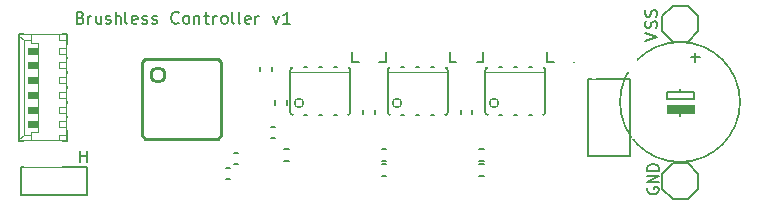
<source format=gbr>
G04 --- HEADER BEGIN --- *
%TF.GenerationSoftware,LibrePCB,LibrePCB,0.1.1-unstable*%
%TF.CreationDate,2019-06-09T12:53:25*%
%TF.ProjectId,Brushless Controller - default,345039e0-aa20-4574-aecf-6ad16ab42204,v1*%
%TF.Part,Single*%
%FSLAX66Y66*%
%MOMM*%
G01*
G74*
G04 --- HEADER END --- *
G04 --- APERTURE LIST BEGIN --- *
%ADD10C,0.15*%
%ADD11C,0.1524*%
%ADD12C,0.2032*%
%ADD13C,0.0508*%
%ADD14C,0.9144X0.6096*%
%ADD15C,0.0*%
%ADD16C,0.254*%
%ADD17C,1.454X0.946*%
%ADD18C,10.3124X10.0076*%
%ADD19C,0.2*%
%ADD20R,1.2X1.3*%
%ADD21R,1.3X1.2*%
%ADD22R,1.05X1.15*%
%ADD23R,1.2X1.6*%
%ADD24R,2.15X2.7*%
%ADD25R,1.15X1.05*%
%ADD26R,2.4X3.8*%
%ADD27R,2.435X1.419*%
%ADD28R,0.8604X2.232*%
%ADD29R,1.2X1.2*%
%ADD30P,2.74X8X22.5*%
%ADD31R,5.28X2.0288*%
%ADD32R,3.2X2.3*%
%ADD33R,2.2X1.0*%
%ADD34R,1.2X0.4*%
%ADD35R,0.4X1.2*%
%ADD36P,2.74X8X292.5*%
%ADD37C,2.74*%
%ADD38C,1.2*%
G04 --- APERTURE LIST END --- *
G04 --- BOARD BEGIN --- *
D10*
X30320000Y7286250D02*
X30320000Y7636250D01*
X29370000Y7286250D02*
X29370000Y7636250D01*
D11*
X36677600Y11722100D02*
X36677600Y12534900D01*
X39522400Y12534900D02*
X39522400Y11722100D01*
X39522400Y11722100D02*
X38963600Y11722100D01*
X37236400Y11722100D02*
X36677600Y11722100D01*
D10*
X23035000Y4285000D02*
X22685000Y4285000D01*
X23035000Y3335000D02*
X22685000Y3335000D01*
D12*
X51943000Y10262000D02*
X48387000Y10262000D01*
X48387000Y3708000D01*
X51943000Y3708000D01*
X51943000Y10262000D01*
D10*
X20638750Y11287500D02*
X20638750Y10937500D01*
X21588750Y11287500D02*
X21588750Y10937500D01*
D11*
X44767500Y7429500D02*
X44767500Y10985500D01*
X39941500Y11239500D02*
G03*
X39687500Y10985500I0J254000D01*
G01*
D13*
X44767500Y10807700D02*
X39687500Y10807700D01*
D11*
X41084500Y7175500D02*
X40830500Y7175500D01*
X39687500Y7429500D02*
X39687500Y10985500D01*
X43624500Y11239500D02*
X43370500Y11239500D01*
X43624500Y7175500D02*
X43370500Y7175500D01*
X39941500Y7175500D02*
G02*
X39687500Y7429500I0J254000D01*
G01*
X44767500Y10985500D02*
G03*
X44513500Y11239500I254000J0D01*
G01*
X44767500Y7429500D02*
G02*
X44513500Y7175500I254000J0D01*
G01*
X42354500Y7175500D02*
X42100500Y7175500D01*
X42354500Y11239500D02*
X42100500Y11239500D01*
X41084500Y11239500D02*
X40830500Y11239500D01*
D14*
X40449500Y8191500D03*
D11*
X57721500Y2222500D02*
X57721500Y952500D01*
X56832500Y63500D02*
X57721500Y952500D01*
X55562500Y3111500D02*
X56832500Y3111500D01*
X55562500Y63500D02*
X54673500Y952500D01*
X54673500Y2222500D02*
X55562500Y3111500D01*
X56832500Y63500D02*
X55562500Y63500D01*
X56832500Y3111500D02*
X57721500Y2222500D01*
X54673500Y2222500D02*
X54673500Y952500D01*
D10*
X39545000Y3015000D02*
X39195000Y3015000D01*
X39545000Y2065000D02*
X39195000Y2065000D01*
D11*
X57721500Y15557500D02*
X57721500Y14287500D01*
X56832500Y13398500D02*
X57721500Y14287500D01*
X55562500Y16446500D02*
X56832500Y16446500D01*
X55562500Y13398500D02*
X54673500Y14287500D01*
X54673500Y15557500D02*
X55562500Y16446500D01*
X56832500Y13398500D02*
X55562500Y13398500D01*
X56832500Y16446500D02*
X57721500Y15557500D01*
X54673500Y15557500D02*
X54673500Y14287500D01*
X5969000Y419100D02*
X381000Y419100D01*
X381000Y2755900D01*
X5969000Y2755900D01*
X5969000Y419100D01*
D13*
X3607500Y11150000D02*
X3607500Y11650000D01*
X1857500Y5775000D02*
X1857500Y13275000D01*
X3607500Y5525000D02*
X4232500Y5525000D01*
X3607500Y11650000D02*
X4107500Y11650000D01*
X3607500Y13525000D02*
X4232500Y13525000D01*
X1232500Y5775000D02*
X1857500Y5775000D01*
X3607500Y6150000D02*
X3607500Y6650000D01*
D12*
X4232500Y5000000D02*
X4232500Y5525000D01*
D13*
X4107500Y12400000D02*
X3607500Y12400000D01*
X1232500Y13525000D02*
X1232500Y14025000D01*
D12*
X4232500Y13525000D02*
X4232500Y14050000D01*
X232500Y14050000D02*
X232500Y13900000D01*
D15*
X1857500Y6150000D02*
X1857500Y6650000D01*
X982500Y6650000D01*
X982500Y6150000D01*
X1857500Y6150000D01*
G36*
X1857500Y6150000D02*
X1857500Y6650000D01*
X982500Y6650000D01*
X982500Y6150000D01*
X1857500Y6150000D01*
G37*
D13*
X4107500Y6150000D02*
X3607500Y6150000D01*
X607500Y13525000D02*
X1232500Y13525000D01*
D15*
X1857500Y12400000D02*
X1857500Y12900000D01*
X982500Y12900000D01*
X982500Y12400000D01*
X1857500Y12400000D01*
G36*
X1857500Y12400000D02*
X1857500Y12900000D01*
X982500Y12900000D01*
X982500Y12400000D01*
X1857500Y12400000D01*
G37*
D13*
X607500Y13525000D02*
X232500Y13900000D01*
D15*
X1857500Y8650000D02*
X1857500Y9150000D01*
X982500Y9150000D01*
X982500Y8650000D01*
X1857500Y8650000D01*
G36*
X1857500Y8650000D02*
X1857500Y9150000D01*
X982500Y9150000D01*
X982500Y8650000D01*
X1857500Y8650000D01*
G37*
D13*
X1232500Y13275000D02*
X1232500Y13525000D01*
D15*
X1857500Y11150000D02*
X1857500Y11650000D01*
X982500Y11650000D01*
X982500Y11150000D01*
X1857500Y11150000D01*
G36*
X1857500Y11150000D02*
X1857500Y11650000D01*
X982500Y11650000D01*
X982500Y11150000D01*
X1857500Y11150000D01*
G37*
D13*
X3607500Y6650000D02*
X4107500Y6650000D01*
D15*
X1857500Y7400000D02*
X1857500Y7900000D01*
X982500Y7900000D01*
X982500Y7400000D01*
X1857500Y7400000D01*
G36*
X1857500Y7400000D02*
X1857500Y7900000D01*
X982500Y7900000D01*
X982500Y7400000D01*
X1857500Y7400000D01*
G37*
D13*
X3607500Y7900000D02*
X4107500Y7900000D01*
X3607500Y13525000D02*
X3607500Y14025000D01*
X3607500Y8650000D02*
X3607500Y9150000D01*
X607500Y5525000D02*
X232500Y5150000D01*
X1232500Y5525000D02*
X1232500Y5775000D01*
D12*
X4232500Y5525000D02*
X4232500Y13525000D01*
D13*
X1232500Y5025000D02*
X1232500Y5525000D01*
X3607500Y9150000D02*
X4107500Y9150000D01*
X3607500Y7400000D02*
X3607500Y7900000D01*
D12*
X232500Y5000000D02*
X4232500Y5000000D01*
D13*
X3607500Y10400000D02*
X4107500Y10400000D01*
X4107500Y7400000D02*
X3607500Y7400000D01*
D12*
X232500Y13900000D02*
X232500Y5150000D01*
D13*
X3607500Y5025000D02*
X3607500Y5525000D01*
X607500Y5525000D02*
X607500Y13525000D01*
X3607500Y12900000D02*
X4107500Y12900000D01*
D15*
X1857500Y9900000D02*
X1857500Y10400000D01*
X982500Y10400000D01*
X982500Y9900000D01*
X1857500Y9900000D01*
G36*
X1857500Y9900000D02*
X1857500Y10400000D01*
X982500Y10400000D01*
X982500Y9900000D01*
X1857500Y9900000D01*
G37*
D13*
X4107500Y8650000D02*
X3607500Y8650000D01*
X1232500Y5525000D02*
X607500Y5525000D01*
X4107500Y9900000D02*
X3607500Y9900000D01*
X1232500Y13275000D02*
X1857500Y13275000D01*
D12*
X4232500Y14050000D02*
X232500Y14050000D01*
D13*
X3607500Y9900000D02*
X3607500Y10400000D01*
X3607500Y12400000D02*
X3607500Y12900000D01*
X4107500Y11150000D02*
X3607500Y11150000D01*
D12*
X232500Y5150000D02*
X232500Y5000000D01*
D11*
X36512500Y7429500D02*
X36512500Y10985500D01*
X31686500Y11239500D02*
G03*
X31432500Y10985500I0J254000D01*
G01*
D13*
X36512500Y10807700D02*
X31432500Y10807700D01*
D11*
X32829500Y7175500D02*
X32575500Y7175500D01*
X31432500Y7429500D02*
X31432500Y10985500D01*
X35369500Y11239500D02*
X35115500Y11239500D01*
X35369500Y7175500D02*
X35115500Y7175500D01*
X31686500Y7175500D02*
G02*
X31432500Y7429500I0J254000D01*
G01*
X36512500Y10985500D02*
G03*
X36258500Y11239500I254000J0D01*
G01*
X36512500Y7429500D02*
G02*
X36258500Y7175500I254000J0D01*
G01*
X34099500Y7175500D02*
X33845500Y7175500D01*
X34099500Y11239500D02*
X33845500Y11239500D01*
X32829500Y11239500D02*
X32575500Y11239500D01*
D14*
X32194500Y8191500D03*
D16*
X10870000Y11947500D02*
X17070000Y11947500D01*
X17070000Y11947500D02*
X17345000Y11672500D01*
X17070000Y5197500D02*
X10870000Y5197500D01*
X10595000Y11672500D02*
X10870000Y11947500D01*
X10595000Y5472500D02*
X10595000Y11672500D01*
X10870000Y5197500D02*
X10595000Y5472500D01*
X17345000Y11672500D02*
X17345000Y5472500D01*
X17345000Y5472500D02*
X17070000Y5197500D01*
D17*
X11970000Y10572500D03*
D11*
X28422600Y11722100D02*
X28422600Y12534900D01*
X31267400Y12534900D02*
X31267400Y11722100D01*
X31267400Y11722100D02*
X30708600Y11722100D01*
X28981400Y11722100D02*
X28422600Y11722100D01*
D10*
X22858750Y8080000D02*
X22858750Y8430000D01*
X21908750Y8080000D02*
X21908750Y8430000D01*
X31290000Y3015000D02*
X30940000Y3015000D01*
X31290000Y2065000D02*
X30940000Y2065000D01*
X31290000Y4285000D02*
X30940000Y4285000D01*
X31290000Y3335000D02*
X30940000Y3335000D01*
X18398750Y3017500D02*
X18748750Y3017500D01*
X18398750Y3967500D02*
X18748750Y3967500D01*
X17763750Y1747500D02*
X18113750Y1747500D01*
X17763750Y2697500D02*
X18113750Y2697500D01*
D11*
X44932600Y11722100D02*
X44932600Y12534900D01*
X47777400Y12534900D02*
X47777400Y11722100D01*
X47777400Y11722100D02*
X47218600Y11722100D01*
X45491400Y11722100D02*
X44932600Y11722100D01*
D10*
X21923750Y6190000D02*
X21573750Y6190000D01*
X21923750Y5240000D02*
X21573750Y5240000D01*
D11*
X28257500Y7429500D02*
X28257500Y10985500D01*
X23431500Y11239500D02*
G03*
X23177500Y10985500I0J254000D01*
G01*
D13*
X28257500Y10807700D02*
X23177500Y10807700D01*
D11*
X24574500Y7175500D02*
X24320500Y7175500D01*
X23177500Y7429500D02*
X23177500Y10985500D01*
X27114500Y11239500D02*
X26860500Y11239500D01*
X27114500Y7175500D02*
X26860500Y7175500D01*
X23431500Y7175500D02*
G02*
X23177500Y7429500I0J254000D01*
G01*
X28257500Y10985500D02*
G03*
X28003500Y11239500I254000J0D01*
G01*
X28257500Y7429500D02*
G02*
X28003500Y7175500I254000J0D01*
G01*
X25844500Y7175500D02*
X25590500Y7175500D01*
X25844500Y11239500D02*
X25590500Y11239500D01*
X24574500Y11239500D02*
X24320500Y11239500D01*
D14*
X23939500Y8191500D03*
D10*
X38575000Y7286250D02*
X38575000Y7636250D01*
X37625000Y7286250D02*
X37625000Y7636250D01*
X39545000Y4285000D02*
X39195000Y4285000D01*
X39545000Y3335000D02*
X39195000Y3335000D01*
D11*
X56197500Y7620000D02*
X56197500Y7112000D01*
X56197500Y9144000D02*
X55054500Y9144000D01*
X56197500Y9398000D02*
X56197500Y9144000D01*
X55054500Y9144000D02*
X55054500Y8509000D01*
X55054500Y8509000D02*
X57340500Y8509000D01*
X57467500Y11684000D02*
X57467500Y12446000D01*
X57340500Y8509000D02*
X57340500Y9144000D01*
X57340500Y9144000D02*
X56197500Y9144000D01*
D15*
X55054500Y8001000D02*
X55054500Y7366000D01*
X57340500Y7366000D01*
X57340500Y8001000D01*
X55054500Y8001000D01*
G36*
X55054500Y8001000D02*
X55054500Y7366000D01*
X57340500Y7366000D01*
X57340500Y8001000D01*
X55054500Y8001000D01*
G37*
D11*
X57848500Y12065000D02*
X57086500Y12065000D01*
D18*
X56197500Y8255000D03*
D19*
X5413333Y15445833D02*
X5556667Y15399167D01*
X5603333Y15351389D01*
X5651111Y15255833D01*
X5651111Y15112500D01*
X5603333Y15018056D01*
X5556667Y14970278D01*
X5461111Y14922500D01*
X5080000Y14922500D01*
X5080000Y15922500D01*
X5413333Y15922500D01*
X5508889Y15874722D01*
X5556667Y15826944D01*
X5603333Y15732500D01*
X5603333Y15636944D01*
X5556667Y15541389D01*
X5508889Y15493611D01*
X5413333Y15445833D01*
X5080000Y15445833D01*
X6051111Y14922500D02*
X6051111Y15589167D01*
X6051111Y15399167D02*
X6098889Y15493611D01*
X6146667Y15541389D01*
X6241111Y15589167D01*
X6336667Y15589167D01*
X7165556Y15589167D02*
X7165556Y14922500D01*
X6736667Y15589167D02*
X6736667Y15065833D01*
X6784445Y14970278D01*
X6880000Y14922500D01*
X7022223Y14922500D01*
X7117778Y14970278D01*
X7165556Y15018056D01*
X7565556Y14970278D02*
X7661112Y14922500D01*
X7851112Y14922500D01*
X7946667Y14970278D01*
X7994445Y15065833D01*
X7994445Y15112500D01*
X7946667Y15208056D01*
X7851112Y15255833D01*
X7708889Y15255833D01*
X7613334Y15303611D01*
X7565556Y15399167D01*
X7565556Y15445833D01*
X7613334Y15541389D01*
X7708889Y15589167D01*
X7851112Y15589167D01*
X7946667Y15541389D01*
X8394445Y14922500D02*
X8394445Y15922500D01*
X8823334Y14922500D02*
X8823334Y15445833D01*
X8775556Y15541389D01*
X8680001Y15589167D01*
X8537778Y15589167D01*
X8442223Y15541389D01*
X8394445Y15493611D01*
X9366667Y14922500D02*
X9271112Y14970278D01*
X9223334Y15065833D01*
X9223334Y15922500D01*
X10195556Y14970278D02*
X10100000Y14922500D01*
X9910000Y14922500D01*
X9814445Y14970278D01*
X9766667Y15065833D01*
X9766667Y15445833D01*
X9814445Y15541389D01*
X9910000Y15589167D01*
X10100000Y15589167D01*
X10195556Y15541389D01*
X10243334Y15445833D01*
X10243334Y15351389D01*
X9766667Y15255833D01*
X10643334Y14970278D02*
X10738890Y14922500D01*
X10928890Y14922500D01*
X11024445Y14970278D01*
X11072223Y15065833D01*
X11072223Y15112500D01*
X11024445Y15208056D01*
X10928890Y15255833D01*
X10786667Y15255833D01*
X10691112Y15303611D01*
X10643334Y15399167D01*
X10643334Y15445833D01*
X10691112Y15541389D01*
X10786667Y15589167D01*
X10928890Y15589167D01*
X11024445Y15541389D01*
X11472223Y14970278D02*
X11567779Y14922500D01*
X11757779Y14922500D01*
X11853334Y14970278D01*
X11901112Y15065833D01*
X11901112Y15112500D01*
X11853334Y15208056D01*
X11757779Y15255833D01*
X11615556Y15255833D01*
X11520001Y15303611D01*
X11472223Y15399167D01*
X11472223Y15445833D01*
X11520001Y15541389D01*
X11615556Y15589167D01*
X11757779Y15589167D01*
X11853334Y15541389D01*
X13720000Y15018056D02*
X13672222Y14970278D01*
X13530000Y14922500D01*
X13434444Y14922500D01*
X13291111Y14970278D01*
X13196667Y15065833D01*
X13148889Y15160278D01*
X13101111Y15351389D01*
X13101111Y15493611D01*
X13148889Y15684722D01*
X13196667Y15779167D01*
X13291111Y15874722D01*
X13434444Y15922500D01*
X13530000Y15922500D01*
X13672222Y15874722D01*
X13720000Y15826944D01*
X14310000Y14922500D02*
X14215556Y14970278D01*
X14167778Y15018056D01*
X14120000Y15112500D01*
X14120000Y15399167D01*
X14167778Y15493611D01*
X14215556Y15541389D01*
X14310000Y15589167D01*
X14453333Y15589167D01*
X14548889Y15541389D01*
X14596667Y15493611D01*
X14643333Y15399167D01*
X14643333Y15112500D01*
X14596667Y15018056D01*
X14548889Y14970278D01*
X14453333Y14922500D01*
X14310000Y14922500D01*
X15043333Y15589167D02*
X15043333Y14922500D01*
X15043333Y15493611D02*
X15091111Y15541389D01*
X15186666Y15589167D01*
X15328889Y15589167D01*
X15424444Y15541389D01*
X15472222Y15445833D01*
X15472222Y14922500D01*
X15872222Y15589167D02*
X16253333Y15589167D01*
X16015555Y15922500D02*
X16015555Y15065833D01*
X16062222Y14970278D01*
X16157778Y14922500D01*
X16253333Y14922500D01*
X16653333Y14922500D02*
X16653333Y15589167D01*
X16653333Y15399167D02*
X16701111Y15493611D01*
X16748889Y15541389D01*
X16843333Y15589167D01*
X16938889Y15589167D01*
X17528889Y14922500D02*
X17434445Y14970278D01*
X17386667Y15018056D01*
X17338889Y15112500D01*
X17338889Y15399167D01*
X17386667Y15493611D01*
X17434445Y15541389D01*
X17528889Y15589167D01*
X17672222Y15589167D01*
X17767778Y15541389D01*
X17815556Y15493611D01*
X17862222Y15399167D01*
X17862222Y15112500D01*
X17815556Y15018056D01*
X17767778Y14970278D01*
X17672222Y14922500D01*
X17528889Y14922500D01*
X18405555Y14922500D02*
X18310000Y14970278D01*
X18262222Y15065833D01*
X18262222Y15922500D01*
X18948888Y14922500D02*
X18853333Y14970278D01*
X18805555Y15065833D01*
X18805555Y15922500D01*
X19777777Y14970278D02*
X19682221Y14922500D01*
X19492221Y14922500D01*
X19396666Y14970278D01*
X19348888Y15065833D01*
X19348888Y15445833D01*
X19396666Y15541389D01*
X19492221Y15589167D01*
X19682221Y15589167D01*
X19777777Y15541389D01*
X19825555Y15445833D01*
X19825555Y15351389D01*
X19348888Y15255833D01*
X20225555Y14922500D02*
X20225555Y15589167D01*
X20225555Y15399167D02*
X20273333Y15493611D01*
X20321111Y15541389D01*
X20415555Y15589167D01*
X20511111Y15589167D01*
X21711110Y15589167D02*
X21948888Y14922500D01*
X22187777Y15589167D01*
X23158888Y14922500D02*
X22587777Y14922500D01*
X22873333Y14922500D02*
X22873333Y15922500D01*
X22777777Y15779167D01*
X22683333Y15684722D01*
X22587777Y15636944D01*
X5397500Y3175000D02*
X5397500Y4175000D01*
X5397500Y3698333D02*
X5968611Y3698333D01*
X5968611Y3175000D02*
X5968611Y4175000D01*
X53435528Y1047361D02*
X53387750Y952917D01*
X53387750Y809583D01*
X53435528Y666250D01*
X53531083Y571806D01*
X53625528Y524028D01*
X53816639Y476250D01*
X53958861Y476250D01*
X54149972Y524028D01*
X54244417Y571806D01*
X54339972Y666250D01*
X54387750Y809583D01*
X54387750Y905139D01*
X54339972Y1047361D01*
X54292194Y1095139D01*
X53958861Y1095139D01*
X53958861Y905139D01*
X54387750Y1495139D02*
X53387750Y1495139D01*
X54387750Y2066250D01*
X53387750Y2066250D01*
X54387750Y2466250D02*
X53387750Y2466250D01*
X53387750Y2704028D01*
X53435528Y2847361D01*
X53531083Y2942917D01*
X53625528Y2989583D01*
X53816639Y3037361D01*
X53958861Y3037361D01*
X54149972Y2989583D01*
X54244417Y2942917D01*
X54339972Y2847361D01*
X54387750Y2704028D01*
X54387750Y2466250D01*
X53229000Y13493750D02*
X54229000Y13827083D01*
X53229000Y14160417D01*
X54181222Y14560417D02*
X54229000Y14703750D01*
X54229000Y14941528D01*
X54181222Y15037084D01*
X54133444Y15083750D01*
X54039000Y15131528D01*
X53943444Y15131528D01*
X53847889Y15083750D01*
X53800111Y15037084D01*
X53752333Y14941528D01*
X53705667Y14750417D01*
X53657889Y14655973D01*
X53610111Y14608195D01*
X53514556Y14560417D01*
X53419000Y14560417D01*
X53324556Y14608195D01*
X53276778Y14655973D01*
X53229000Y14750417D01*
X53229000Y14989306D01*
X53276778Y15131528D01*
X54181222Y15531528D02*
X54229000Y15674861D01*
X54229000Y15912639D01*
X54181222Y16008195D01*
X54133444Y16054861D01*
X54039000Y16102639D01*
X53943444Y16102639D01*
X53847889Y16054861D01*
X53800111Y16008195D01*
X53752333Y15912639D01*
X53705667Y15721528D01*
X53657889Y15627084D01*
X53610111Y15579306D01*
X53514556Y15531528D01*
X53419000Y15531528D01*
X53324556Y15579306D01*
X53276778Y15627084D01*
X53229000Y15721528D01*
X53229000Y15960417D01*
X53276778Y16102639D01*
%LPC*%
D20*
X19843750Y10421250D03*
X19843750Y12121250D03*
D21*
X33757500Y3810000D03*
X35457500Y3810000D03*
X41060000Y14287500D03*
X42760000Y14287500D03*
D20*
X45720000Y2755000D03*
X45720000Y1055000D03*
D22*
X29845000Y8336250D03*
X29845000Y6586250D03*
D23*
X37150000Y13482500D03*
X38100000Y11282500D03*
X39050000Y13482500D03*
D21*
X32805000Y14287500D03*
X34505000Y14287500D03*
X7881250Y2540000D03*
X9581250Y2540000D03*
D24*
X51690000Y1587500D03*
X48640000Y1587500D03*
D21*
X12485000Y793750D03*
X14185000Y793750D03*
D25*
X21985000Y3810000D03*
X23735000Y3810000D03*
D21*
X51967500Y11430000D03*
X50267500Y11430000D03*
D26*
X53264000Y6985000D03*
D27*
X47066000Y4674000D03*
X47066000Y6985000D03*
X47066000Y9296000D03*
D22*
X21113750Y10237500D03*
X21113750Y11987500D03*
D21*
X7881250Y3810000D03*
X9581250Y3810000D03*
X24550000Y14287500D03*
X26250000Y14287500D03*
D28*
X40322500Y12280900D03*
X41592500Y6134100D03*
X40322500Y6134100D03*
X42862500Y12280900D03*
X42862500Y6134100D03*
X44132500Y6134100D03*
X44132500Y12280900D03*
X41592500Y12280900D03*
D21*
X13913750Y2222500D03*
X15613750Y2222500D03*
D29*
X17510000Y793750D03*
X15510000Y793750D03*
D30*
X56197500Y1587500D03*
D21*
X7881250Y13017500D03*
X9581250Y13017500D03*
D25*
X38495000Y2540000D03*
X40245000Y2540000D03*
D30*
X56197500Y14922500D03*
D21*
X7881250Y1270000D03*
X9581250Y1270000D03*
D31*
X3175000Y1587500D03*
D20*
X19843750Y8628750D03*
X19843750Y6928750D03*
D21*
X42012500Y3810000D03*
X43712500Y3810000D03*
X25502500Y3810000D03*
X27202500Y3810000D03*
D32*
X2232500Y15150000D03*
X2232500Y3900000D03*
D33*
X5357500Y7650000D03*
X5357500Y12650000D03*
X5357500Y10150000D03*
X5357500Y11400000D03*
X5357500Y8900000D03*
X5357500Y6400000D03*
D28*
X32067500Y12280900D03*
X33337500Y6134100D03*
X32067500Y6134100D03*
X34607500Y12280900D03*
X34607500Y6134100D03*
X35877500Y6134100D03*
X35877500Y12280900D03*
X33337500Y12280900D03*
D34*
X9470000Y10322500D03*
X9470000Y6322500D03*
X9470000Y6822500D03*
X18470000Y10322500D03*
D35*
X13220000Y13072500D03*
D34*
X18470000Y6822500D03*
X18470000Y11322500D03*
D35*
X16720000Y13072500D03*
D34*
X9470000Y9322500D03*
X9470000Y11322500D03*
D35*
X16720000Y4072500D03*
X12720000Y13072500D03*
D34*
X9470000Y7322500D03*
D35*
X12720000Y4072500D03*
X15220000Y4072500D03*
D34*
X18470000Y9822500D03*
X18470000Y7322500D03*
X18470000Y6322500D03*
D35*
X15720000Y4072500D03*
X14220000Y13072500D03*
X16220000Y4072500D03*
D34*
X18470000Y10822500D03*
D35*
X11220000Y4072500D03*
X14720000Y13072500D03*
D34*
X9470000Y9822500D03*
D35*
X13720000Y4072500D03*
X14220000Y4072500D03*
X16220000Y13072500D03*
D34*
X18470000Y8822500D03*
D35*
X11720000Y4072500D03*
D34*
X9470000Y5822500D03*
X9470000Y10822500D03*
D35*
X15720000Y13072500D03*
X12220000Y13072500D03*
X13220000Y4072500D03*
D34*
X18470000Y9322500D03*
X18470000Y8322500D03*
D35*
X14720000Y4072500D03*
D34*
X9470000Y8822500D03*
D35*
X11220000Y13072500D03*
D34*
X9470000Y7822500D03*
X18470000Y7822500D03*
D35*
X12220000Y4072500D03*
X11720000Y13072500D03*
X15220000Y13072500D03*
D34*
X18470000Y5822500D03*
X9470000Y8322500D03*
D35*
X13720000Y13072500D03*
D23*
X28895000Y13482500D03*
X29845000Y11282500D03*
X30795000Y13482500D03*
D22*
X22383750Y9130000D03*
X22383750Y7380000D03*
D25*
X30240000Y2540000D03*
X31990000Y2540000D03*
X30240000Y3810000D03*
X31990000Y3810000D03*
X19448750Y3492500D03*
X17698750Y3492500D03*
X18813750Y2222500D03*
X17063750Y2222500D03*
D23*
X45405000Y13482500D03*
X46355000Y11282500D03*
X47305000Y13482500D03*
D25*
X20873750Y5715000D03*
X22623750Y5715000D03*
D28*
X23812500Y12280900D03*
X25082500Y6134100D03*
X23812500Y6134100D03*
X26352500Y12280900D03*
X26352500Y6134100D03*
X27622500Y6134100D03*
X27622500Y12280900D03*
X25082500Y12280900D03*
D22*
X38100000Y8336250D03*
X38100000Y6586250D03*
D25*
X38495000Y3810000D03*
X40245000Y3810000D03*
D36*
X56197500Y5715000D03*
D37*
X56197500Y10795000D03*
D38*
X48895000Y10795000D03*
X47625000Y10795000D03*
X47625000Y12065000D03*
X48895000Y12065000D03*
X44132500Y13970000D03*
X10953750Y2857500D03*
X27622500Y13970000D03*
X35877500Y13970000D03*
G04 --- BOARD END --- *
%TF.MD5,2903259058a974c0bcf2ea831f44ead9*%
M02*

</source>
